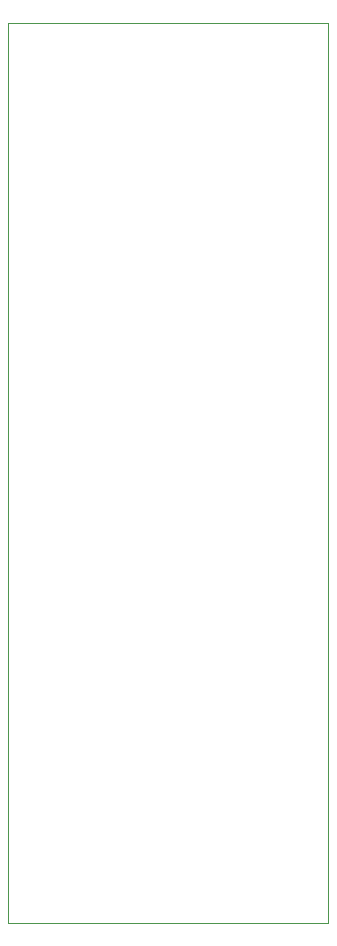
<source format=gbr>
G04 #@! TF.GenerationSoftware,KiCad,Pcbnew,(5.1.4)-1*
G04 #@! TF.CreationDate,2021-01-27T11:02:31-06:00*
G04 #@! TF.ProjectId,ULPSoilMonitor,554c5053-6f69-46c4-9d6f-6e69746f722e,v2.2*
G04 #@! TF.SameCoordinates,Original*
G04 #@! TF.FileFunction,Profile,NP*
%FSLAX46Y46*%
G04 Gerber Fmt 4.6, Leading zero omitted, Abs format (unit mm)*
G04 Created by KiCad (PCBNEW (5.1.4)-1) date 2021-01-27 11:02:31*
%MOMM*%
%LPD*%
G04 APERTURE LIST*
%ADD10C,0.050000*%
G04 APERTURE END LIST*
D10*
X65600000Y-28250000D02*
X38500000Y-28250000D01*
X65600000Y-104500000D02*
X65600000Y-28250000D01*
X38500000Y-104500000D02*
X65600000Y-104500000D01*
X38500000Y-28250000D02*
X38500000Y-104500000D01*
M02*

</source>
